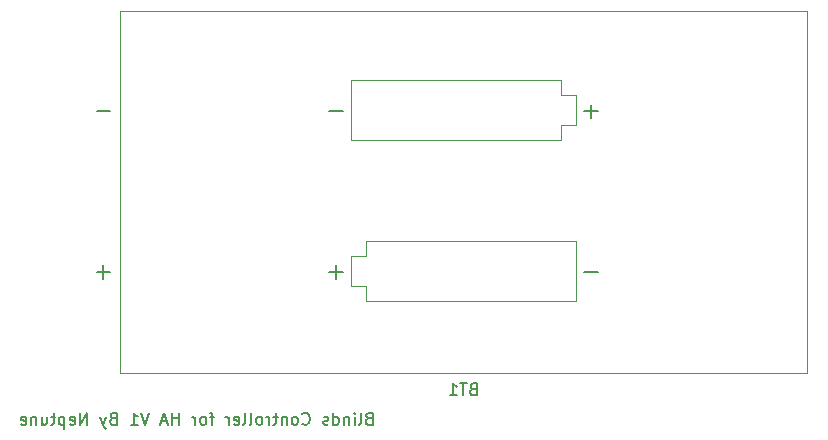
<source format=gbo>
%TF.GenerationSoftware,KiCad,Pcbnew,7.0.9*%
%TF.CreationDate,2023-11-20T17:00:57-07:00*%
%TF.ProjectId,blindscontrol,626c696e-6473-4636-9f6e-74726f6c2e6b,rev?*%
%TF.SameCoordinates,Original*%
%TF.FileFunction,Legend,Bot*%
%TF.FilePolarity,Positive*%
%FSLAX46Y46*%
G04 Gerber Fmt 4.6, Leading zero omitted, Abs format (unit mm)*
G04 Created by KiCad (PCBNEW 7.0.9) date 2023-11-20 17:00:57*
%MOMM*%
%LPD*%
G01*
G04 APERTURE LIST*
%ADD10C,0.150000*%
%ADD11C,0.120000*%
%ADD12C,1.700000*%
%ADD13C,4.000000*%
%ADD14C,2.200000*%
%ADD15R,2.000000X2.000000*%
%ADD16O,2.000000X2.000000*%
%ADD17O,1.800000X1.800000*%
%ADD18O,1.500000X1.500000*%
%ADD19O,1.700000X1.700000*%
%ADD20R,1.700000X1.700000*%
%ADD21C,1.600000*%
%ADD22O,1.600000X1.600000*%
%ADD23C,3.650000*%
%ADD24R,2.170000X2.170000*%
%ADD25C,2.170000*%
G04 APERTURE END LIST*
D10*
X223992887Y-224517009D02*
X223850030Y-224564628D01*
X223850030Y-224564628D02*
X223802411Y-224612247D01*
X223802411Y-224612247D02*
X223754792Y-224707485D01*
X223754792Y-224707485D02*
X223754792Y-224850342D01*
X223754792Y-224850342D02*
X223802411Y-224945580D01*
X223802411Y-224945580D02*
X223850030Y-224993200D01*
X223850030Y-224993200D02*
X223945268Y-225040819D01*
X223945268Y-225040819D02*
X224326220Y-225040819D01*
X224326220Y-225040819D02*
X224326220Y-224040819D01*
X224326220Y-224040819D02*
X223992887Y-224040819D01*
X223992887Y-224040819D02*
X223897649Y-224088438D01*
X223897649Y-224088438D02*
X223850030Y-224136057D01*
X223850030Y-224136057D02*
X223802411Y-224231295D01*
X223802411Y-224231295D02*
X223802411Y-224326533D01*
X223802411Y-224326533D02*
X223850030Y-224421771D01*
X223850030Y-224421771D02*
X223897649Y-224469390D01*
X223897649Y-224469390D02*
X223992887Y-224517009D01*
X223992887Y-224517009D02*
X224326220Y-224517009D01*
X223183363Y-225040819D02*
X223278601Y-224993200D01*
X223278601Y-224993200D02*
X223326220Y-224897961D01*
X223326220Y-224897961D02*
X223326220Y-224040819D01*
X222802410Y-225040819D02*
X222802410Y-224374152D01*
X222802410Y-224040819D02*
X222850029Y-224088438D01*
X222850029Y-224088438D02*
X222802410Y-224136057D01*
X222802410Y-224136057D02*
X222754791Y-224088438D01*
X222754791Y-224088438D02*
X222802410Y-224040819D01*
X222802410Y-224040819D02*
X222802410Y-224136057D01*
X222326220Y-224374152D02*
X222326220Y-225040819D01*
X222326220Y-224469390D02*
X222278601Y-224421771D01*
X222278601Y-224421771D02*
X222183363Y-224374152D01*
X222183363Y-224374152D02*
X222040506Y-224374152D01*
X222040506Y-224374152D02*
X221945268Y-224421771D01*
X221945268Y-224421771D02*
X221897649Y-224517009D01*
X221897649Y-224517009D02*
X221897649Y-225040819D01*
X220992887Y-225040819D02*
X220992887Y-224040819D01*
X220992887Y-224993200D02*
X221088125Y-225040819D01*
X221088125Y-225040819D02*
X221278601Y-225040819D01*
X221278601Y-225040819D02*
X221373839Y-224993200D01*
X221373839Y-224993200D02*
X221421458Y-224945580D01*
X221421458Y-224945580D02*
X221469077Y-224850342D01*
X221469077Y-224850342D02*
X221469077Y-224564628D01*
X221469077Y-224564628D02*
X221421458Y-224469390D01*
X221421458Y-224469390D02*
X221373839Y-224421771D01*
X221373839Y-224421771D02*
X221278601Y-224374152D01*
X221278601Y-224374152D02*
X221088125Y-224374152D01*
X221088125Y-224374152D02*
X220992887Y-224421771D01*
X220564315Y-224993200D02*
X220469077Y-225040819D01*
X220469077Y-225040819D02*
X220278601Y-225040819D01*
X220278601Y-225040819D02*
X220183363Y-224993200D01*
X220183363Y-224993200D02*
X220135744Y-224897961D01*
X220135744Y-224897961D02*
X220135744Y-224850342D01*
X220135744Y-224850342D02*
X220183363Y-224755104D01*
X220183363Y-224755104D02*
X220278601Y-224707485D01*
X220278601Y-224707485D02*
X220421458Y-224707485D01*
X220421458Y-224707485D02*
X220516696Y-224659866D01*
X220516696Y-224659866D02*
X220564315Y-224564628D01*
X220564315Y-224564628D02*
X220564315Y-224517009D01*
X220564315Y-224517009D02*
X220516696Y-224421771D01*
X220516696Y-224421771D02*
X220421458Y-224374152D01*
X220421458Y-224374152D02*
X220278601Y-224374152D01*
X220278601Y-224374152D02*
X220183363Y-224421771D01*
X218373839Y-224945580D02*
X218421458Y-224993200D01*
X218421458Y-224993200D02*
X218564315Y-225040819D01*
X218564315Y-225040819D02*
X218659553Y-225040819D01*
X218659553Y-225040819D02*
X218802410Y-224993200D01*
X218802410Y-224993200D02*
X218897648Y-224897961D01*
X218897648Y-224897961D02*
X218945267Y-224802723D01*
X218945267Y-224802723D02*
X218992886Y-224612247D01*
X218992886Y-224612247D02*
X218992886Y-224469390D01*
X218992886Y-224469390D02*
X218945267Y-224278914D01*
X218945267Y-224278914D02*
X218897648Y-224183676D01*
X218897648Y-224183676D02*
X218802410Y-224088438D01*
X218802410Y-224088438D02*
X218659553Y-224040819D01*
X218659553Y-224040819D02*
X218564315Y-224040819D01*
X218564315Y-224040819D02*
X218421458Y-224088438D01*
X218421458Y-224088438D02*
X218373839Y-224136057D01*
X217802410Y-225040819D02*
X217897648Y-224993200D01*
X217897648Y-224993200D02*
X217945267Y-224945580D01*
X217945267Y-224945580D02*
X217992886Y-224850342D01*
X217992886Y-224850342D02*
X217992886Y-224564628D01*
X217992886Y-224564628D02*
X217945267Y-224469390D01*
X217945267Y-224469390D02*
X217897648Y-224421771D01*
X217897648Y-224421771D02*
X217802410Y-224374152D01*
X217802410Y-224374152D02*
X217659553Y-224374152D01*
X217659553Y-224374152D02*
X217564315Y-224421771D01*
X217564315Y-224421771D02*
X217516696Y-224469390D01*
X217516696Y-224469390D02*
X217469077Y-224564628D01*
X217469077Y-224564628D02*
X217469077Y-224850342D01*
X217469077Y-224850342D02*
X217516696Y-224945580D01*
X217516696Y-224945580D02*
X217564315Y-224993200D01*
X217564315Y-224993200D02*
X217659553Y-225040819D01*
X217659553Y-225040819D02*
X217802410Y-225040819D01*
X217040505Y-224374152D02*
X217040505Y-225040819D01*
X217040505Y-224469390D02*
X216992886Y-224421771D01*
X216992886Y-224421771D02*
X216897648Y-224374152D01*
X216897648Y-224374152D02*
X216754791Y-224374152D01*
X216754791Y-224374152D02*
X216659553Y-224421771D01*
X216659553Y-224421771D02*
X216611934Y-224517009D01*
X216611934Y-224517009D02*
X216611934Y-225040819D01*
X216278600Y-224374152D02*
X215897648Y-224374152D01*
X216135743Y-224040819D02*
X216135743Y-224897961D01*
X216135743Y-224897961D02*
X216088124Y-224993200D01*
X216088124Y-224993200D02*
X215992886Y-225040819D01*
X215992886Y-225040819D02*
X215897648Y-225040819D01*
X215564314Y-225040819D02*
X215564314Y-224374152D01*
X215564314Y-224564628D02*
X215516695Y-224469390D01*
X215516695Y-224469390D02*
X215469076Y-224421771D01*
X215469076Y-224421771D02*
X215373838Y-224374152D01*
X215373838Y-224374152D02*
X215278600Y-224374152D01*
X214802409Y-225040819D02*
X214897647Y-224993200D01*
X214897647Y-224993200D02*
X214945266Y-224945580D01*
X214945266Y-224945580D02*
X214992885Y-224850342D01*
X214992885Y-224850342D02*
X214992885Y-224564628D01*
X214992885Y-224564628D02*
X214945266Y-224469390D01*
X214945266Y-224469390D02*
X214897647Y-224421771D01*
X214897647Y-224421771D02*
X214802409Y-224374152D01*
X214802409Y-224374152D02*
X214659552Y-224374152D01*
X214659552Y-224374152D02*
X214564314Y-224421771D01*
X214564314Y-224421771D02*
X214516695Y-224469390D01*
X214516695Y-224469390D02*
X214469076Y-224564628D01*
X214469076Y-224564628D02*
X214469076Y-224850342D01*
X214469076Y-224850342D02*
X214516695Y-224945580D01*
X214516695Y-224945580D02*
X214564314Y-224993200D01*
X214564314Y-224993200D02*
X214659552Y-225040819D01*
X214659552Y-225040819D02*
X214802409Y-225040819D01*
X213897647Y-225040819D02*
X213992885Y-224993200D01*
X213992885Y-224993200D02*
X214040504Y-224897961D01*
X214040504Y-224897961D02*
X214040504Y-224040819D01*
X213373837Y-225040819D02*
X213469075Y-224993200D01*
X213469075Y-224993200D02*
X213516694Y-224897961D01*
X213516694Y-224897961D02*
X213516694Y-224040819D01*
X212611932Y-224993200D02*
X212707170Y-225040819D01*
X212707170Y-225040819D02*
X212897646Y-225040819D01*
X212897646Y-225040819D02*
X212992884Y-224993200D01*
X212992884Y-224993200D02*
X213040503Y-224897961D01*
X213040503Y-224897961D02*
X213040503Y-224517009D01*
X213040503Y-224517009D02*
X212992884Y-224421771D01*
X212992884Y-224421771D02*
X212897646Y-224374152D01*
X212897646Y-224374152D02*
X212707170Y-224374152D01*
X212707170Y-224374152D02*
X212611932Y-224421771D01*
X212611932Y-224421771D02*
X212564313Y-224517009D01*
X212564313Y-224517009D02*
X212564313Y-224612247D01*
X212564313Y-224612247D02*
X213040503Y-224707485D01*
X212135741Y-225040819D02*
X212135741Y-224374152D01*
X212135741Y-224564628D02*
X212088122Y-224469390D01*
X212088122Y-224469390D02*
X212040503Y-224421771D01*
X212040503Y-224421771D02*
X211945265Y-224374152D01*
X211945265Y-224374152D02*
X211850027Y-224374152D01*
X210897645Y-224374152D02*
X210516693Y-224374152D01*
X210754788Y-225040819D02*
X210754788Y-224183676D01*
X210754788Y-224183676D02*
X210707169Y-224088438D01*
X210707169Y-224088438D02*
X210611931Y-224040819D01*
X210611931Y-224040819D02*
X210516693Y-224040819D01*
X210040502Y-225040819D02*
X210135740Y-224993200D01*
X210135740Y-224993200D02*
X210183359Y-224945580D01*
X210183359Y-224945580D02*
X210230978Y-224850342D01*
X210230978Y-224850342D02*
X210230978Y-224564628D01*
X210230978Y-224564628D02*
X210183359Y-224469390D01*
X210183359Y-224469390D02*
X210135740Y-224421771D01*
X210135740Y-224421771D02*
X210040502Y-224374152D01*
X210040502Y-224374152D02*
X209897645Y-224374152D01*
X209897645Y-224374152D02*
X209802407Y-224421771D01*
X209802407Y-224421771D02*
X209754788Y-224469390D01*
X209754788Y-224469390D02*
X209707169Y-224564628D01*
X209707169Y-224564628D02*
X209707169Y-224850342D01*
X209707169Y-224850342D02*
X209754788Y-224945580D01*
X209754788Y-224945580D02*
X209802407Y-224993200D01*
X209802407Y-224993200D02*
X209897645Y-225040819D01*
X209897645Y-225040819D02*
X210040502Y-225040819D01*
X209278597Y-225040819D02*
X209278597Y-224374152D01*
X209278597Y-224564628D02*
X209230978Y-224469390D01*
X209230978Y-224469390D02*
X209183359Y-224421771D01*
X209183359Y-224421771D02*
X209088121Y-224374152D01*
X209088121Y-224374152D02*
X208992883Y-224374152D01*
X207897644Y-225040819D02*
X207897644Y-224040819D01*
X207897644Y-224517009D02*
X207326216Y-224517009D01*
X207326216Y-225040819D02*
X207326216Y-224040819D01*
X206897644Y-224755104D02*
X206421454Y-224755104D01*
X206992882Y-225040819D02*
X206659549Y-224040819D01*
X206659549Y-224040819D02*
X206326216Y-225040819D01*
X205373834Y-224040819D02*
X205040501Y-225040819D01*
X205040501Y-225040819D02*
X204707168Y-224040819D01*
X203850025Y-225040819D02*
X204421453Y-225040819D01*
X204135739Y-225040819D02*
X204135739Y-224040819D01*
X204135739Y-224040819D02*
X204230977Y-224183676D01*
X204230977Y-224183676D02*
X204326215Y-224278914D01*
X204326215Y-224278914D02*
X204421453Y-224326533D01*
X202326215Y-224517009D02*
X202183358Y-224564628D01*
X202183358Y-224564628D02*
X202135739Y-224612247D01*
X202135739Y-224612247D02*
X202088120Y-224707485D01*
X202088120Y-224707485D02*
X202088120Y-224850342D01*
X202088120Y-224850342D02*
X202135739Y-224945580D01*
X202135739Y-224945580D02*
X202183358Y-224993200D01*
X202183358Y-224993200D02*
X202278596Y-225040819D01*
X202278596Y-225040819D02*
X202659548Y-225040819D01*
X202659548Y-225040819D02*
X202659548Y-224040819D01*
X202659548Y-224040819D02*
X202326215Y-224040819D01*
X202326215Y-224040819D02*
X202230977Y-224088438D01*
X202230977Y-224088438D02*
X202183358Y-224136057D01*
X202183358Y-224136057D02*
X202135739Y-224231295D01*
X202135739Y-224231295D02*
X202135739Y-224326533D01*
X202135739Y-224326533D02*
X202183358Y-224421771D01*
X202183358Y-224421771D02*
X202230977Y-224469390D01*
X202230977Y-224469390D02*
X202326215Y-224517009D01*
X202326215Y-224517009D02*
X202659548Y-224517009D01*
X201754786Y-224374152D02*
X201516691Y-225040819D01*
X201278596Y-224374152D02*
X201516691Y-225040819D01*
X201516691Y-225040819D02*
X201611929Y-225278914D01*
X201611929Y-225278914D02*
X201659548Y-225326533D01*
X201659548Y-225326533D02*
X201754786Y-225374152D01*
X200135738Y-225040819D02*
X200135738Y-224040819D01*
X200135738Y-224040819D02*
X199564310Y-225040819D01*
X199564310Y-225040819D02*
X199564310Y-224040819D01*
X198707167Y-224993200D02*
X198802405Y-225040819D01*
X198802405Y-225040819D02*
X198992881Y-225040819D01*
X198992881Y-225040819D02*
X199088119Y-224993200D01*
X199088119Y-224993200D02*
X199135738Y-224897961D01*
X199135738Y-224897961D02*
X199135738Y-224517009D01*
X199135738Y-224517009D02*
X199088119Y-224421771D01*
X199088119Y-224421771D02*
X198992881Y-224374152D01*
X198992881Y-224374152D02*
X198802405Y-224374152D01*
X198802405Y-224374152D02*
X198707167Y-224421771D01*
X198707167Y-224421771D02*
X198659548Y-224517009D01*
X198659548Y-224517009D02*
X198659548Y-224612247D01*
X198659548Y-224612247D02*
X199135738Y-224707485D01*
X198230976Y-224374152D02*
X198230976Y-225374152D01*
X198230976Y-224421771D02*
X198135738Y-224374152D01*
X198135738Y-224374152D02*
X197945262Y-224374152D01*
X197945262Y-224374152D02*
X197850024Y-224421771D01*
X197850024Y-224421771D02*
X197802405Y-224469390D01*
X197802405Y-224469390D02*
X197754786Y-224564628D01*
X197754786Y-224564628D02*
X197754786Y-224850342D01*
X197754786Y-224850342D02*
X197802405Y-224945580D01*
X197802405Y-224945580D02*
X197850024Y-224993200D01*
X197850024Y-224993200D02*
X197945262Y-225040819D01*
X197945262Y-225040819D02*
X198135738Y-225040819D01*
X198135738Y-225040819D02*
X198230976Y-224993200D01*
X197469071Y-224374152D02*
X197088119Y-224374152D01*
X197326214Y-224040819D02*
X197326214Y-224897961D01*
X197326214Y-224897961D02*
X197278595Y-224993200D01*
X197278595Y-224993200D02*
X197183357Y-225040819D01*
X197183357Y-225040819D02*
X197088119Y-225040819D01*
X196326214Y-224374152D02*
X196326214Y-225040819D01*
X196754785Y-224374152D02*
X196754785Y-224897961D01*
X196754785Y-224897961D02*
X196707166Y-224993200D01*
X196707166Y-224993200D02*
X196611928Y-225040819D01*
X196611928Y-225040819D02*
X196469071Y-225040819D01*
X196469071Y-225040819D02*
X196373833Y-224993200D01*
X196373833Y-224993200D02*
X196326214Y-224945580D01*
X195850023Y-224374152D02*
X195850023Y-225040819D01*
X195850023Y-224469390D02*
X195802404Y-224421771D01*
X195802404Y-224421771D02*
X195707166Y-224374152D01*
X195707166Y-224374152D02*
X195564309Y-224374152D01*
X195564309Y-224374152D02*
X195469071Y-224421771D01*
X195469071Y-224421771D02*
X195421452Y-224517009D01*
X195421452Y-224517009D02*
X195421452Y-225040819D01*
X194564309Y-224993200D02*
X194659547Y-225040819D01*
X194659547Y-225040819D02*
X194850023Y-225040819D01*
X194850023Y-225040819D02*
X194945261Y-224993200D01*
X194945261Y-224993200D02*
X194992880Y-224897961D01*
X194992880Y-224897961D02*
X194992880Y-224517009D01*
X194992880Y-224517009D02*
X194945261Y-224421771D01*
X194945261Y-224421771D02*
X194850023Y-224374152D01*
X194850023Y-224374152D02*
X194659547Y-224374152D01*
X194659547Y-224374152D02*
X194564309Y-224421771D01*
X194564309Y-224421771D02*
X194516690Y-224517009D01*
X194516690Y-224517009D02*
X194516690Y-224612247D01*
X194516690Y-224612247D02*
X194992880Y-224707485D01*
X232814714Y-222030009D02*
X232671857Y-222077628D01*
X232671857Y-222077628D02*
X232624238Y-222125247D01*
X232624238Y-222125247D02*
X232576619Y-222220485D01*
X232576619Y-222220485D02*
X232576619Y-222363342D01*
X232576619Y-222363342D02*
X232624238Y-222458580D01*
X232624238Y-222458580D02*
X232671857Y-222506200D01*
X232671857Y-222506200D02*
X232767095Y-222553819D01*
X232767095Y-222553819D02*
X233148047Y-222553819D01*
X233148047Y-222553819D02*
X233148047Y-221553819D01*
X233148047Y-221553819D02*
X232814714Y-221553819D01*
X232814714Y-221553819D02*
X232719476Y-221601438D01*
X232719476Y-221601438D02*
X232671857Y-221649057D01*
X232671857Y-221649057D02*
X232624238Y-221744295D01*
X232624238Y-221744295D02*
X232624238Y-221839533D01*
X232624238Y-221839533D02*
X232671857Y-221934771D01*
X232671857Y-221934771D02*
X232719476Y-221982390D01*
X232719476Y-221982390D02*
X232814714Y-222030009D01*
X232814714Y-222030009D02*
X233148047Y-222030009D01*
X232290904Y-221553819D02*
X231719476Y-221553819D01*
X232005190Y-222553819D02*
X232005190Y-221553819D01*
X230862333Y-222553819D02*
X231433761Y-222553819D01*
X231148047Y-222553819D02*
X231148047Y-221553819D01*
X231148047Y-221553819D02*
X231243285Y-221696676D01*
X231243285Y-221696676D02*
X231338523Y-221791914D01*
X231338523Y-221791914D02*
X231433761Y-221839533D01*
X221805428Y-198513700D02*
X220662571Y-198513700D01*
X243395428Y-212103700D02*
X242252571Y-212103700D01*
X202100428Y-212103700D02*
X200957571Y-212103700D01*
X201528999Y-212675128D02*
X201528999Y-211532271D01*
X221805428Y-212103700D02*
X220662571Y-212103700D01*
X221233999Y-212675128D02*
X221233999Y-211532271D01*
X202100428Y-198513700D02*
X200957571Y-198513700D01*
X243395428Y-198513700D02*
X242252571Y-198513700D01*
X242823999Y-199085128D02*
X242823999Y-197942271D01*
D11*
%TO.C,BT1*%
X202929000Y-189999000D02*
X261129000Y-189999000D01*
X202929000Y-220699000D02*
X202929000Y-189999000D01*
X222504000Y-195859000D02*
X240284000Y-195859000D01*
X222504000Y-200939000D02*
X222504000Y-195859000D01*
X222504000Y-210719000D02*
X222504000Y-213259000D01*
X222504000Y-213259000D02*
X223774000Y-213259000D01*
X223774000Y-209449000D02*
X223774000Y-210719000D01*
X223774000Y-210719000D02*
X222504000Y-210719000D01*
X223774000Y-213259000D02*
X223774000Y-214529000D01*
X223774000Y-214529000D02*
X241554000Y-214529000D01*
X240284000Y-195859000D02*
X240284000Y-197129000D01*
X240284000Y-197129000D02*
X241554000Y-197129000D01*
X240284000Y-199669000D02*
X240284000Y-200939000D01*
X240284000Y-200939000D02*
X222504000Y-200939000D01*
X241554000Y-197129000D02*
X241554000Y-199669000D01*
X241554000Y-199669000D02*
X240284000Y-199669000D01*
X241554000Y-209449000D02*
X223774000Y-209449000D01*
X241554000Y-214529000D02*
X241554000Y-209449000D01*
X261129000Y-189999000D02*
X261129000Y-220699000D01*
X261129000Y-220699000D02*
X202929000Y-220699000D01*
%TD*%
%LPC*%
D12*
%TO.C,MX6*%
X217551000Y-156845000D03*
D13*
X222631000Y-156845000D03*
D12*
X227711000Y-156845000D03*
D14*
X225171000Y-151765000D03*
X218821000Y-154305000D03*
%TD*%
D15*
%TO.C,D11*%
X251206000Y-166243000D03*
D16*
X251206000Y-171323000D03*
%TD*%
D15*
%TO.C,D8*%
X270256000Y-147193000D03*
D16*
X270256000Y-152273000D03*
%TD*%
D12*
%TO.C,MX12*%
X255651000Y-175895000D03*
D13*
X260731000Y-175895000D03*
D12*
X265811000Y-175895000D03*
D14*
X263271000Y-170815000D03*
X256921000Y-173355000D03*
%TD*%
D12*
%TO.C,MX8*%
X255651000Y-156845000D03*
D13*
X260731000Y-156845000D03*
D12*
X265811000Y-156845000D03*
D14*
X263271000Y-151765000D03*
X256921000Y-154305000D03*
%TD*%
D12*
%TO.C,MX11*%
X236601000Y-175895000D03*
D13*
X241681000Y-175895000D03*
D12*
X246761000Y-175895000D03*
D14*
X244221000Y-170815000D03*
X237871000Y-173355000D03*
%TD*%
D15*
%TO.C,D12*%
X270256000Y-166370000D03*
D16*
X270256000Y-171450000D03*
%TD*%
D12*
%TO.C,MX5*%
X198501000Y-156845000D03*
D13*
X203581000Y-156845000D03*
D12*
X208661000Y-156845000D03*
D14*
X206121000Y-151765000D03*
X199771000Y-154305000D03*
%TD*%
D15*
%TO.C,D1*%
X213106000Y-127000000D03*
D16*
X213106000Y-132080000D03*
%TD*%
D15*
%TO.C,SW1*%
X200279000Y-104267000D03*
D16*
X200279000Y-109347000D03*
%TD*%
D15*
%TO.C,D2*%
X232156000Y-127000000D03*
D16*
X232156000Y-132080000D03*
%TD*%
D15*
%TO.C,D3*%
X251206000Y-127000000D03*
D16*
X251206000Y-132080000D03*
%TD*%
D15*
%TO.C,D6*%
X232156000Y-147193000D03*
D16*
X232156000Y-152273000D03*
%TD*%
D17*
%TO.C,U1*%
X208292000Y-109278000D03*
D18*
X211322000Y-108978000D03*
X211322000Y-104128000D03*
D17*
X208292000Y-103828000D03*
D19*
X208162000Y-115443000D03*
X210702000Y-115443000D03*
D20*
X213242000Y-115443000D03*
D19*
X215782000Y-115443000D03*
X218322000Y-115443000D03*
X220862000Y-115443000D03*
X223402000Y-115443000D03*
D20*
X225942000Y-115443000D03*
D19*
X228482000Y-115443000D03*
X231022000Y-115443000D03*
X233562000Y-115443000D03*
X236102000Y-115443000D03*
D20*
X238642000Y-115443000D03*
D19*
X241182000Y-115443000D03*
X243722000Y-115443000D03*
X246262000Y-115443000D03*
X248802000Y-115443000D03*
D20*
X251342000Y-115443000D03*
D19*
X253882000Y-115443000D03*
X256422000Y-115443000D03*
X256422000Y-97663000D03*
X253882000Y-97663000D03*
D20*
X251342000Y-97663000D03*
D19*
X248802000Y-97663000D03*
X246262000Y-97663000D03*
X243722000Y-97663000D03*
X241182000Y-97663000D03*
D20*
X238642000Y-97663000D03*
D19*
X236102000Y-97663000D03*
X233562000Y-97663000D03*
X231022000Y-97663000D03*
X228482000Y-97663000D03*
D20*
X225942000Y-97663000D03*
D19*
X223402000Y-97663000D03*
X220862000Y-97663000D03*
X218322000Y-97663000D03*
X215782000Y-97663000D03*
D20*
X213242000Y-97663000D03*
D19*
X210702000Y-97663000D03*
X208162000Y-97663000D03*
X256192000Y-109093000D03*
D20*
X256192000Y-106553000D03*
D19*
X256192000Y-104013000D03*
%TD*%
D15*
%TO.C,D13*%
X263652000Y-100457000D03*
D16*
X268732000Y-100457000D03*
%TD*%
D12*
%TO.C,MX2*%
X217551000Y-137795000D03*
D13*
X222631000Y-137795000D03*
D12*
X227711000Y-137795000D03*
D14*
X225171000Y-132715000D03*
X218821000Y-135255000D03*
%TD*%
D21*
%TO.C,R1*%
X268097000Y-107061000D03*
D22*
X268097000Y-119761000D03*
%TD*%
D12*
%TO.C,MX1*%
X198501000Y-137795000D03*
D13*
X203581000Y-137795000D03*
D12*
X208661000Y-137795000D03*
D14*
X206121000Y-132715000D03*
X199771000Y-135255000D03*
%TD*%
D12*
%TO.C,MX3*%
X236601000Y-137795000D03*
D13*
X241681000Y-137795000D03*
D12*
X246761000Y-137795000D03*
D14*
X244221000Y-132715000D03*
X237871000Y-135255000D03*
%TD*%
D15*
%TO.C,D4*%
X270256000Y-127000000D03*
D16*
X270256000Y-132080000D03*
%TD*%
D12*
%TO.C,MX4*%
X255651000Y-137795000D03*
D13*
X260731000Y-137795000D03*
D12*
X265811000Y-137795000D03*
D14*
X263271000Y-132715000D03*
X256921000Y-135255000D03*
%TD*%
D12*
%TO.C,MX10*%
X217551000Y-175895000D03*
D13*
X222631000Y-175895000D03*
D12*
X227711000Y-175895000D03*
D14*
X225171000Y-170815000D03*
X218821000Y-173355000D03*
%TD*%
D12*
%TO.C,MX9*%
X198501000Y-175895000D03*
D13*
X203581000Y-175895000D03*
D12*
X208661000Y-175895000D03*
D14*
X206121000Y-170815000D03*
X199771000Y-173355000D03*
%TD*%
D15*
%TO.C,D10*%
X232156000Y-166370000D03*
D16*
X232156000Y-171450000D03*
%TD*%
D15*
%TO.C,D7*%
X251206000Y-147193000D03*
D16*
X251206000Y-152273000D03*
%TD*%
D15*
%TO.C,D5*%
X213106000Y-147193000D03*
D16*
X213106000Y-152273000D03*
%TD*%
D15*
%TO.C,D9*%
X213106000Y-166243000D03*
D16*
X213106000Y-171323000D03*
%TD*%
D12*
%TO.C,MX7*%
X236601000Y-156845000D03*
D13*
X241681000Y-156845000D03*
D12*
X246761000Y-156845000D03*
D14*
X244221000Y-151765000D03*
X237871000Y-154305000D03*
%TD*%
D23*
%TO.C,BT1*%
X232029000Y-205359000D03*
D24*
X205869000Y-211989000D03*
D25*
X205869000Y-198399000D03*
%TD*%
%LPD*%
M02*

</source>
